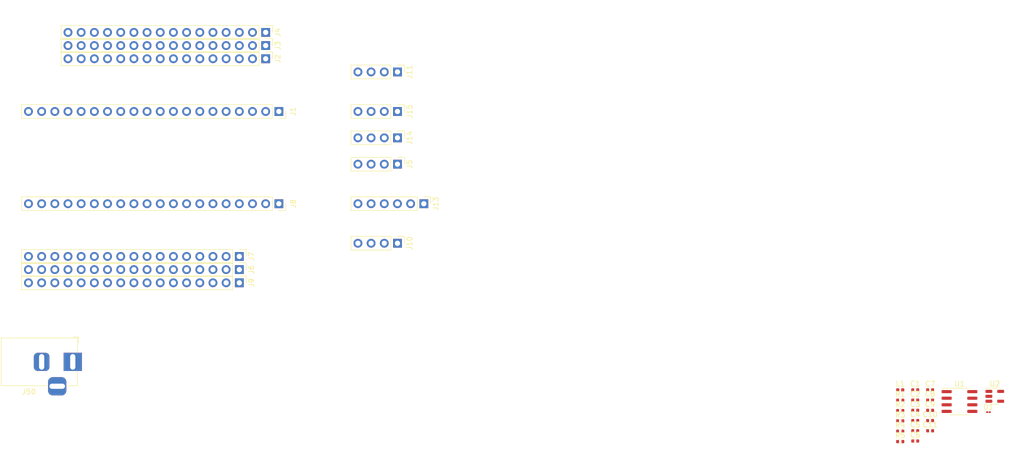
<source format=kicad_pcb>
(kicad_pcb (version 20221018) (generator pcbnew)
  (layers (0 "F.Cu" signal) (31 "B.Cu" signal) (34 "B.Paste" user) (35 "F.Paste" user) (36 "B.SilkS" user "B.Silkscreen") (37 "F.SilkS" user "F.Silkscreen") (38 "B.Mask" user) (39 "F.Mask" user) (44 "Edge.Cuts" user))
  (net 0 "")
  (net 1 "+5V")
  (net 2 "Net-(U2-GND)")
  (net 3 "+3.3V")
  (net 4 "Net-(U1-VIN)")
  (net 5 "GND")
  (net 6 "Net-(U1-COMP)")
  (net 7 "Net-(C6-Pad1)")
  (net 8 "Net-(U1-SS)")
  (net 9 "Net-(U1-BOOT)")
  (net 10 "Net-(D1-K)")
  (net 12 "Net-(J1-Pin_2)")
  (net 13 "Net-(J1-Pin_3)")
  (net 14 "Net-(J1-Pin_4)")
  (net 15 "Net-(J1-Pin_5)")
  (net 16 "Net-(J1-Pin_6)")
  (net 17 "Net-(J1-Pin_7)")
  (net 18 "Net-(J1-Pin_8)")
  (net 19 "Net-(J1-Pin_9)")
  (net 20 "Net-(J1-Pin_10)")
  (net 21 "Net-(J1-Pin_11)")
  (net 22 "Net-(J1-Pin_12)")
  (net 23 "Net-(J1-Pin_13)")
  (net 24 "Net-(J1-Pin_14)")
  (net 25 "Net-(J1-Pin_15)")
  (net 26 "Net-(J1-Pin_16)")
  (net 27 "Net-(J1-Pin_17)")
  (net 29 "Net-(J7-Pin_1)")
  (net 30 "Net-(J7-Pin_2)")
  (net 31 "Net-(J10-Pin_2)")
  (net 32 "Net-(J10-Pin_4)")
  (net 33 "Net-(J7-Pin_5)")
  (net 34 "Net-(J7-Pin_6)")
  (net 35 "Net-(J7-Pin_7)")
  (net 36 "Net-(J7-Pin_8)")
  (net 37 "Net-(J7-Pin_9)")
  (net 38 "Net-(J7-Pin_10)")
  (net 39 "Net-(J13-Pin_2)")
  (net 40 "Net-(J13-Pin_1)")
  (net 41 "Net-(J7-Pin_13)")
  (net 42 "Net-(J7-Pin_14)")
  (net 43 "Net-(J7-Pin_15)")
  (net 44 "Net-(J7-Pin_16)")
  (net 45 "Net-(J7-Pin_17)")
  (net 47 "Net-(U1-EN)")
  (net 48 "Net-(U1-FB)")
  (footprint "Connector_PinHeader_2.54mm:PinHeader_1x16_P2.54mm_Vertical" (layer "F.Cu") (at 114.3 55.88 -90)
    (fp_text reference "J3" (at 0 -2.33 90) (layer "F.SilkS"))
    (fp_text value "Conn_01x16_Pin")
    (fp_line (start -1.33 -1.33) (end 0 -1.33) (stroke (width 0.12)) (layer "F.SilkS"))
    (fp_line (start -1.33 0) (end -1.33 -1.33) (stroke (width 0.12)) (layer "F.SilkS"))
    (fp_line (start -1.33 1.27) (end -1.33 39.43) (stroke (width 0.12)) (layer "F.SilkS"))
    (fp_line (start -1.33 1.27) (end 1.33 1.27) (stroke (width 0.12)) (layer "F.SilkS"))
    (fp_line (start -1.33 39.43) (end 1.33 39.43) (stroke (width 0.12)) (layer "F.SilkS"))
    (fp_line (start 1.33 1.27) (end 1.33 39.43) (stroke (width 0.12)) (layer "F.SilkS"))
    (pad "1" thru_hole rect (at 0 0 270) (size 1.7 1.7) (drill 1) (layers "*.Cu" "*.Mask") (net 3 "+3.3V"))
    (pad "2" thru_hole oval (at 0 2.54 270) (size 1.7 1.7) (drill 1) (layers "*.Cu" "*.Mask") (net 3 "+3.3V"))
    (pad "3" thru_hole oval (at 0 5.08 270) (size 1.7 1.7) (drill 1) (layers "*.Cu" "*.Mask") (net 3 "+3.3V"))
    (pad "4" thru_hole oval (at 0 7.62 270) (size 1.7 1.7) (drill 1) (layers "*.Cu" "*.Mask") (net 3 "+3.3V"))
    (pad "5" thru_hole oval (at 0 10.16 270) (size 1.7 1.7) (drill 1) (layers "*.Cu" "*.Mask") (net 3 "+3.3V"))
    (pad "6" thru_hole oval (at 0 12.7 270) (size 1.7 1.7) (drill 1) (layers "*.Cu" "*.Mask") (net 3 "+3.3V"))
    (pad "7" thru_hole oval (at 0 15.24 270) (size 1.7 1.7) (drill 1) (layers "*.Cu" "*.Mask") (net 3 "+3.3V"))
    (pad "8" thru_hole oval (at 0 17.78 270) (size 1.7 1.7) (drill 1) (layers "*.Cu" "*.Mask") (net 3 "+3.3V"))
    (pad "9" thru_hole oval (at 0 20.32 270) (size 1.7 1.7) (drill 1) (layers "*.Cu" "*.Mask") (net 3 "+3.3V"))
    (pad "10" thru_hole oval (at 0 22.86 270) (size 1.7 1.7) (drill 1) (layers "*.Cu" "*.Mask") (net 3 "+3.3V"))
    (pad "11" thru_hole oval (at 0 25.4 270) (size 1.7 1.7) (drill 1) (layers "*.Cu" "*.Mask") (net 3 "+3.3V"))
    (pad "12" thru_hole oval (at 0 27.94 270) (size 1.7 1.7) (drill 1) (layers "*.Cu" "*.Mask") (net 3 "+3.3V"))
    (pad "13" thru_hole oval (at 0 30.48 270) (size 1.7 1.7) (drill 1) (layers "*.Cu" "*.Mask") (net 3 "+3.3V"))
    (pad "14" thru_hole oval (at 0 33.02 270) (size 1.7 1.7) (drill 1) (layers "*.Cu" "*.Mask") (net 3 "+3.3V"))
    (pad "15" thru_hole oval (at 0 35.56 270) (size 1.7 1.7) (drill 1) (layers "*.Cu" "*.Mask") (net 3 "+3.3V"))
    (pad "16" thru_hole oval (at 0 38.1 270) (size 1.7 1.7) (drill 1) (layers "*.Cu" "*.Mask") (net 3 "+3.3V"))
  )
  (footprint "Connector_PinHeader_2.54mm:PinHeader_1x04_P2.54mm_Vertical" (layer "F.Cu") (at 139.7 60.96 -90)
    (fp_text reference "J11" (at 0 -2.33 90) (layer "F.SilkS"))
    (fp_text value "Conn_01x04_Pin")
    (fp_line (start -1.33 -1.33) (end 0 -1.33) (stroke (width 0.12)) (layer "F.SilkS"))
    (fp_line (start -1.33 0) (end -1.33 -1.33) (stroke (width 0.12)) (layer "F.SilkS"))
    (fp_line (start -1.33 1.27) (end -1.33 8.95) (stroke (width 0.12)) (layer "F.SilkS"))
    (fp_line (start -1.33 1.27) (end 1.33 1.27) (stroke (width 0.12)) (layer "F.SilkS"))
    (fp_line (start -1.33 8.95) (end 1.33 8.95) (stroke (width 0.12)) (layer "F.SilkS"))
    (fp_line (start 1.33 1.27) (end 1.33 8.95) (stroke (width 0.12)) (layer "F.SilkS"))
    (pad "1" thru_hole rect (at 0 0 270) (size 1.7 1.7) (drill 1) (layers "*.Cu" "*.Mask") (net 3 "+3.3V"))
    (pad "2" thru_hole oval (at 0 2.54 270) (size 1.7 1.7) (drill 1) (layers "*.Cu" "*.Mask") (net 26 "Net-(J1-Pin_16)"))
    (pad "3" thru_hole oval (at 0 5.08 270) (size 1.7 1.7) (drill 1) (layers "*.Cu" "*.Mask") (net 5 "GND"))
    (pad "4" thru_hole oval (at 0 7.62 270) (size 1.7 1.7) (drill 1) (layers "*.Cu" "*.Mask") (net 25 "Net-(J1-Pin_15)"))
  )
  (footprint "Connector_BarrelJack:BarrelJack_Horizontal" (layer "F.Cu") (at 77.12 116.84)
    (fp_text reference "J50" (at -8.45 5.75) (layer "F.SilkS"))
    (fp_text value "Barrel_Jack")
    (fp_line (start -13.8 -4.6) (end 0.9 -4.6) (stroke (width 0.12)) (layer "F.SilkS"))
    (fp_line (start -13.8 4.6) (end -13.8 -4.6) (stroke (width 0.12)) (layer "F.SilkS"))
    (fp_line (start -5 4.6) (end -13.8 4.6) (stroke (width 0.12)) (layer "F.SilkS"))
    (fp_line (start 0.05 -4.8) (end 1.1 -4.8) (stroke (width 0.12)) (layer "F.SilkS"))
    (fp_line (start 0.9 -4.6) (end 0.9 -2) (stroke (width 0.12)) (layer "F.SilkS"))
    (fp_line (start 0.9 1.9) (end 0.9 4.6) (stroke (width 0.12)) (layer "F.SilkS"))
    (fp_line (start 0.9 4.6) (end -1 4.6) (stroke (width 0.12)) (layer "F.SilkS"))
    (fp_line (start 1.1 -3.75) (end 1.1 -4.8) (stroke (width 0.12)) (layer "F.SilkS"))
    (pad "1" thru_hole rect (at 0 0) (size 3.5 3.5) (drill oval 1 3) (layers "*.Cu" "*.Mask") (net 5 "GND"))
    (pad "2" thru_hole roundrect (at -6 0) (size 3 3.5) (drill oval 1 3) (layers "*.Cu" "*.Mask") (net 4 "Net-(U1-VIN)"))
    (pad "3" thru_hole roundrect (at -3 4.7) (size 3.5 3.5) (drill oval 3 1) (layers "*.Cu" "*.Mask"))
  )
  (footprint "Connector_PinSocket_2.54mm:PinSocket_1x20_P2.54mm_Vertical" (layer "F.Cu") (at 116.84 68.58 -90)
    (fp_text reference "J1" (at 0 -2.77 90) (layer "F.SilkS"))
    (fp_text value "Conn_01x20_Socket")
    (fp_line (start -1.33 1.27) (end -1.33 49.59) (stroke (width 0.12)) (layer "F.SilkS"))
    (fp_line (start -1.33 1.27) (end 1.33 1.27) (stroke (width 0.12)) (layer "F.SilkS"))
    (fp_line (start -1.33 49.59) (end 1.33 49.59) (stroke (width 0.12)) (layer "F.SilkS"))
    (fp_line (start 0 -1.33) (end 1.33 -1.33) (stroke (width 0.12)) (layer "F.SilkS"))
    (fp_line (start 1.33 -1.33) (end 1.33 0) (stroke (width 0.12)) (layer "F.SilkS"))
    (fp_line (start 1.33 1.27) (end 1.33 49.59) (stroke (width 0.12)) (layer "F.SilkS"))
    (pad "1" thru_hole rect (at 0 0 270) (size 1.7 1.7) (drill 1) (layers "*.Cu" "*.Mask"))
    (pad "2" thru_hole oval (at 0 2.54 270) (size 1.7 1.7) (drill 1) (layers "*.Cu" "*.Mask") (net 12 "Net-(J1-Pin_2)"))
    (pad "3" thru_hole oval (at 0 5.08 270) (size 1.7 1.7) (drill 1) (layers "*.Cu" "*.Mask") (net 13 "Net-(J1-Pin_3)"))
    (pad "4" thru_hole oval (at 0 7.62 270) (size 1.7 1.7) (drill 1) (layers "*.Cu" "*.Mask") (net 14 "Net-(J1-Pin_4)"))
    (pad "5" thru_hole oval (at 0 10.16 270) (size 1.7 1.7) (drill 1) (layers "*.Cu" "*.Mask") (net 15 "Net-(J1-Pin_5)"))
    (pad "6" thru_hole oval (at 0 12.7 270) (size 1.7 1.7) (drill 1) (layers "*.Cu" "*.Mask") (net 16 "Net-(J1-Pin_6)"))
    (pad "7" thru_hole oval (at 0 15.24 270) (size 1.7 1.7) (drill 1) (layers "*.Cu" "*.Mask") (net 17 "Net-(J1-Pin_7)"))
    (pad "8" thru_hole oval (at 0 17.78 270) (size 1.7 1.7) (drill 1) (layers "*.Cu" "*.Mask") (net 18 "Net-(J1-Pin_8)"))
    (pad "9" thru_hole oval (at 0 20.32 270) (size 1.7 1.7) (drill 1) (layers "*.Cu" "*.Mask") (net 19 "Net-(J1-Pin_9)"))
    (pad "10" thru_hole oval (at 0 22.86 270) (size 1.7 1.7) (drill 1) (layers "*.Cu" "*.Mask") (net 20 "Net-(J1-Pin_10)"))
    (pad "11" thru_hole oval (at 0 25.4 270) (size 1.7 1.7) (drill 1) (layers "*.Cu" "*.Mask") (net 21 "Net-(J1-Pin_11)"))
    (pad "12" thru_hole oval (at 0 27.94 270) (size 1.7 1.7) (drill 1) (layers "*.Cu" "*.Mask") (net 22 "Net-(J1-Pin_12)"))
    (pad "13" thru_hole oval (at 0 30.48 270) (size 1.7 1.7) (drill 1) (layers "*.Cu" "*.Mask") (net 23 "Net-(J1-Pin_13)"))
    (pad "14" thru_hole oval (at 0 33.02 270) (size 1.7 1.7) (drill 1) (layers "*.Cu" "*.Mask") (net 24 "Net-(J1-Pin_14)"))
    (pad "15" thru_hole oval (at 0 35.56 270) (size 1.7 1.7) (drill 1) (layers "*.Cu" "*.Mask") (net 25 "Net-(J1-Pin_15)"))
    (pad "16" thru_hole oval (at 0 38.1 270) (size 1.7 1.7) (drill 1) (layers "*.Cu" "*.Mask") (net 26 "Net-(J1-Pin_16)"))
    (pad "17" thru_hole oval (at 0 40.64 270) (size 1.7 1.7) (drill 1) (layers "*.Cu" "*.Mask") (net 27 "Net-(J1-Pin_17)"))
    (pad "18" thru_hole oval (at 0 43.18 270) (size 1.7 1.7) (drill 1) (layers "*.Cu" "*.Mask"))
    (pad "19" thru_hole oval (at 0 45.72 270) (size 1.7 1.7) (drill 1) (layers "*.Cu" "*.Mask") (net 5 "GND"))
    (pad "20" thru_hole oval (at 0 48.26 270) (size 1.7 1.7) (drill 1) (layers "*.Cu" "*.Mask") (net 5 "GND"))
  )
  (footprint "Connector_PinHeader_2.54mm:PinHeader_1x04_P2.54mm_Vertical" (layer "F.Cu") (at 139.7 68.58 -90)
    (fp_text reference "J15" (at 0 -2.33 90) (layer "F.SilkS"))
    (fp_text value "Conn_01x04_Pin")
    (fp_line (start -1.33 -1.33) (end 0 -1.33) (stroke (width 0.12)) (layer "F.SilkS"))
    (fp_line (start -1.33 0) (end -1.33 -1.33) (stroke (width 0.12)) (layer "F.SilkS"))
    (fp_line (start -1.33 1.27) (end -1.33 8.95) (stroke (width 0.12)) (layer "F.SilkS"))
    (fp_line (start -1.33 1.27) (end 1.33 1.27) (stroke (width 0.12)) (layer "F.SilkS"))
    (fp_line (start -1.33 8.95) (end 1.33 8.95) (stroke (width 0.12)) (layer "F.SilkS"))
    (fp_line (start 1.33 1.27) (end 1.33 8.95) (stroke (width 0.12)) (layer "F.SilkS"))
    (pad "1" thru_hole rect (at 0 0 270) (size 1.7 1.7) (drill 1) (layers "*.Cu" "*.Mask") (net 1 "+5V"))
    (pad "2" thru_hole oval (at 0 2.54 270) (size 1.7 1.7) (drill 1) (layers "*.Cu" "*.Mask") (net 1 "+5V"))
    (pad "3" thru_hole oval (at 0 5.08 270) (size 1.7 1.7) (drill 1) (layers "*.Cu" "*.Mask") (net 1 "+5V"))
    (pad "4" thru_hole oval (at 0 7.62 270) (size 1.7 1.7) (drill 1) (layers "*.Cu" "*.Mask") (net 1 "+5V"))
  )
  (footprint "Resistor_SMD:R_0402_1005Metric" (layer "F.Cu") (at 236.6 126.23)
    (fp_text reference "R2" (at 0 -1.17) (layer "F.SilkS"))
    (fp_text value "93.1K")
    (fp_line (start -0.153641 -0.38) (end 0.153641 -0.38) (stroke (width 0.12)) (layer "F.SilkS"))
    (fp_line (start -0.153641 0.38) (end 0.153641 0.38) (stroke (width 0.12)) (layer "F.SilkS"))
    (pad "1" smd roundrect (at -0.51 0) (size 0.54 0.64) (layers "F.Cu" "F.Paste" "F.Mask") (net 47 "Net-(U1-EN)"))
    (pad "2" smd roundrect (at 0.51 0) (size 0.54 0.64) (layers "F.Cu" "F.Paste" "F.Mask") (net 5 "GND"))
  )
  (footprint "Connector_PinHeader_2.54mm:PinHeader_1x04_P2.54mm_Vertical" (layer "F.Cu") (at 139.7 93.98 -90)
    (fp_text reference "J10" (at 0 -2.33 90) (layer "F.SilkS"))
    (fp_text value "Conn_01x04_Pin")
    (fp_line (start -1.33 -1.33) (end 0 -1.33) (stroke (width 0.12)) (layer "F.SilkS"))
    (fp_line (start -1.33 0) (end -1.33 -1.33) (stroke (width 0.12)) (layer "F.SilkS"))
    (fp_line (start -1.33 1.27) (end -1.33 8.95) (stroke (width 0.12)) (layer "F.SilkS"))
    (fp_line (start -1.33 1.27) (end 1.33 1.27) (stroke (width 0.12)) (layer "F.SilkS"))
    (fp_line (start -1.33 8.95) (end 1.33 8.95) (stroke (width 0.12)) (layer "F.SilkS"))
    (fp_line (start 1.33 1.27) (end 1.33 8.95) (stroke (width 0.12)) (layer "F.SilkS"))
    (pad "1" thru_hole rect (at 0 0 270) (size 1.7 1.7) (drill 1) (layers "*.Cu" "*.Mask") (net 3 "+3.3V"))
    (pad "2" thru_hole oval (at 0 2.54 270) (size 1.7 1.7) (drill 1) (layers "*.Cu" "*.Mask") (net 31 "Net-(J10-Pin_2)"))
    (pad "3" thru_hole oval (at 0 5.08 270) (size 1.7 1.7) (drill 1) (layers "*.Cu" "*.Mask") (net 5 "GND"))
    (pad "4" thru_hole oval (at 0 7.62 270) (size 1.7 1.7) (drill 1) (layers "*.Cu" "*.Mask") (net 32 "Net-(J10-Pin_4)"))
  )
  (footprint "Connector_PinHeader_2.54mm:PinHeader_1x17_P2.54mm_Vertical" (layer "F.Cu") (at 109.22 96.52 -90)
    (fp_text reference "J7" (at 0 -2.33 90) (layer "F.SilkS"))
    (fp_text value "Conn_01x17_Pin")
    (fp_line (start -1.33 -1.33) (end 0 -1.33) (stroke (width 0.12)) (layer "F.SilkS"))
    (fp_line (start -1.33 0) (end -1.33 -1.33) (stroke (width 0.12)) (layer "F.SilkS"))
    (fp_line (start -1.33 1.27) (end -1.33 41.97) (stroke (width 0.12)) (layer "F.SilkS"))
    (fp_line (start -1.33 1.27) (end 1.33 1.27) (stroke (width 0.12)) (layer "F.SilkS"))
    (fp_line (start -1.33 41.97) (end 1.33 41.97) (stroke (width 0.12)) (layer "F.SilkS"))
    (fp_line (start 1.33 1.27) (end 1.33 41.97) (stroke (width 0.12)) (layer "F.SilkS"))
    (pad "1" thru_hole rect (at 0 0 270) (size 1.7 1.7) (drill 1) (layers "*.Cu" "*.Mask") (net 29 "Net-(J7-Pin_1)"))
    (pad "2" thru_hole oval (at 0 2.54 270) (size 1.7 1.7) (drill 1) (layers "*.Cu" "*.Mask") (net 30 "Net-(J7-Pin_2)"))
    (pad "3" thru_hole oval (at 0 5.08 270) (size 1.7 1.7) (drill 1) (layers "*.Cu" "*.Mask") (net 31 "Net-(J10-Pin_2)"))
    (pad "4" thru_hole oval (at 0 7.62 270) (size 1.7 1.7) (drill 1) (layers "*.Cu" "*.Mask") (net 32 "Net-(J10-Pin_4)"))
    (pad "5" thru_hole oval (at 0 10.16 270) (size 1.7 1.7) (drill 1) (layers "*.Cu" "*.Mask") (net 33 "Net-(J7-Pin_5)"))
    (pad "6" thru_hole oval (at 0 12.7 270) (size 1.7 1.7) (drill 1) (layers "*.Cu" "*.Mask") (net 34 "Net-(J7-Pin_6)"))
    (pad "7" thru_hole oval (at 0 15.24 270) (size 1.7 1.7) (drill 1) (layers "*.Cu" "*.Mask") (net 35 "Net-(J7-Pin_7)"))
    (pad "8" thru_hole oval (at 0 17.78 270) (size 1.7 1.7) (drill 1) (layers "*.Cu" "*.Mask") (net 36 "Net-(J7-Pin_8)"))
    (pad "9" thru_hole oval (at 0 20.32 270) (size 1.7 1.7) (drill 1) (layers "*.Cu" "*.Mask") (net 37 "Net-(J7-Pin_9)"))
    (pad "10" thru_hole oval (at 0 22.86 270) (size 1.7 1.7) (drill 1) (layers "*.Cu" "*.Mask") (net 38 "Net-(J7-Pin_10)"))
    (pad "11" thru_hole oval (at 0 25.4 270) (size 1.7 1.7) (drill 1) (layers "*.Cu" "*.Mask") (net 39 "Net-(J13-Pin_2)"))
    (pad "12" thru_hole oval (at 0 27.94 270) (size 1.7 1.7) (drill 1) (layers "*.Cu" "*.Mask") (net 40 "Net-(J13-Pin_1)"))
    (pad "13" thru_hole oval (at 0 30.48 270) (size 1.7 1.7) (drill 1) (layers "*.Cu" "*.Mask") (net 41 "Net-(J7-Pin_13)"))
    (pad "14" thru_hole oval (at 0 33.02 270) (size 1.7 1.7) (drill 1) (layers "*.Cu" "*.Mask") (net 42 "Net-(J7-Pin_14)"))
    (pad "15" thru_hole oval (at 0 35.56 270) (size 1.7 1.7) (drill 1) (layers "*.Cu" "*.Mask") (net 43 "Net-(J7-Pin_15)"))
    (pad "16" thru_hole oval (at 0 38.1 270) (size 1.7 1.7) (drill 1) (layers "*.Cu" "*.Mask") (net 44 "Net-(J7-Pin_16)"))
    (pad "17" thru_hole oval (at 0 40.64 270) (size 1.7 1.7) (drill 1) (layers "*.Cu" "*.Mask") (net 45 "Net-(J7-Pin_17)"))
  )
  (footprint "Package_TO_SOT_SMD:SOT-23-5" (layer "F.Cu") (at 254.82 123.48)
    (fp_text reference "U2" (at 0 -2.4) (layer "F.SilkS"))
    (fp_text value "TLV75733PDBV")
    (fp_line (start 0 -1.56) (end -1.8 -1.56) (stroke (width 0.12)) (layer "F.SilkS"))
    (fp_line (start 0 -1.56) (end 0.8 -1.56) (stroke (width 0.12)) (layer "F.SilkS"))
    (fp_line (start 0 1.56) (end -0.8 1.56) (stroke (width 0.12)) (layer "F.SilkS"))
    (fp_line (start 0 1.56) (end 0.8 1.56) (stroke (width 0.12)) (layer "F.SilkS"))
    (pad "1" smd roundrect (at -1.1375 -0.95) (size 1.325 0.6) (layers "F.Cu" "F.Paste" "F.Mask") (net 1 "+5V"))
    (pad "2" smd roundrect (at -1.1375 0) (size 1.325 0.6) (layers "F.Cu" "F.Paste" "F.Mask") (net 2 "Net-(U2-GND)"))
    (pad "3" smd roundrect (at -1.1375 0.95) (size 1.325 0.6) (layers "F.Cu" "F.Paste" "F.Mask") (net 1 "+5V"))
    (pad "4" smd roundrect (at 1.1375 0.95) (size 1.325 0.6) (layers "F.Cu" "F.Paste" "F.Mask"))
    (pad "5" smd roundrect (at 1.1375 -0.95) (size 1.325 0.6) (layers "F.Cu" "F.Paste" "F.Mask") (net 3 "+3.3V"))
  )
  (footprint "Capacitor_SMD:C_0402_1005Metric" (layer "F.Cu") (at 239.49 128.15)
    (fp_text reference "C4" (at 0 -1.16) (layer "F.SilkS"))
    (fp_text value "22uF")
    (fp_line (start -0.107836 -0.36) (end 0.107836 -0.36) (stroke (width 0.12)) (layer "F.SilkS"))
    (fp_line (start -0.107836 0.36) (end 0.107836 0.36) (stroke (width 0.12)) (layer "F.SilkS"))
    (pad "1" smd roundrect (at -0.48 0) (size 0.56 0.62) (layers "F.Cu" "F.Paste" "F.Mask") (net 4 "Net-(U1-VIN)"))
    (pad "2" smd roundrect (at 0.48 0) (size 0.56 0.62) (layers "F.Cu" "F.Paste" "F.Mask") (net 5 "GND"))
  )
  (footprint "Capacitor_SMD:C_0402_1005Metric" (layer "F.Cu") (at 239.49 126.18)
    (fp_text reference "C3" (at 0 -1.16) (layer "F.SilkS"))
    (fp_text value "22uF")
    (fp_line (start -0.107836 -0.36) (end 0.107836 -0.36) (stroke (width 0.12)) (layer "F.SilkS"))
    (fp_line (start -0.107836 0.36) (end 0.107836 0.36) (stroke (width 0.12)) (layer "F.SilkS"))
    (pad "1" smd roundrect (at -0.48 0) (size 0.56 0.62) (layers "F.Cu" "F.Paste" "F.Mask") (net 4 "Net-(U1-VIN)"))
    (pad "2" smd roundrect (at 0.48 0) (size 0.56 0.62) (layers "F.Cu" "F.Paste" "F.Mask") (net 5 "GND"))
  )
  (footprint "Inductor_SMD:L_0402_1005Metric" (layer "F.Cu") (at 236.6 122.25)
    (fp_text reference "L1" (at 0 -1.17) (layer "F.SilkS"))
    (fp_text value "22uH")
    (pad "1" smd roundrect (at -0.485 0) (size 0.59 0.64) (layers "F.Cu" "F.Paste" "F.Mask") (net 10 "Net-(D1-K)"))
    (pad "2" smd roundrect (at 0.485 0) (size 0.59 0.64) (layers "F.Cu" "F.Paste" "F.Mask") (net 1 "+5V"))
  )
  (footprint "Capacitor_SMD:C_0402_1005Metric" (layer "F.Cu") (at 242.36 126.18)
    (fp_text reference "C9" (at 0 -1.16) (layer "F.SilkS"))
    (fp_text value "47uF")
    (fp_line (start -0.107836 -0.36) (end 0.107836 -0.36) (stroke (width 0.12)) (layer "F.SilkS"))
    (fp_line (start -0.107836 0.36) (end 0.107836 0.36) (stroke (width 0.12)) (layer "F.SilkS"))
    (pad "1" smd roundrect (at -0.48 0) (size 0.56 0.62) (layers "F.Cu" "F.Paste" "F.Mask") (net 1 "+5V"))
    (pad "2" smd roundrect (at 0.48 0) (size 0.56 0.62) (layers "F.Cu" "F.Paste" "F.Mask") (net 5 "GND"))
  )
  (footprint "Connector_PinHeader_2.54mm:PinHeader_1x17_P2.54mm_Vertical" (layer "F.Cu") (at 109.22 99.06 -90)
    (fp_text reference "J6" (at 0 -2.33 90) (layer "F.SilkS"))
    (fp_text value "Conn_01x17_Pin")
    (fp_line (start -1.33 -1.33) (end 0 -1.33) (stroke (width 0.12)) (layer "F.SilkS"))
    (fp_line (start -1.33 0) (end -1.33 -1.33) (stroke (width 0.12)) (layer "F.SilkS"))
    (fp_line (start -1.33 1.27) (end -1.33 41.97) (stroke (width 0.12)) (layer "F.SilkS"))
    (fp_line (start -1.33 1.27) (end 1.33 1.27) (stroke (width 0.12)) (layer "F.SilkS"))
    (fp_line (start -1.33 41.97) (end 1.33 41.97) (stroke (width 0.12)) (layer "F.SilkS"))
    (fp_line (start 1.33 1.27) (end 1.33 41.97) (stroke (width 0.12)) (layer "F.SilkS"))
    (pad "1" thru_hole rect (at 0 0 270) (size 1.7 1.7) (drill 1) (layers "*.Cu" "*.Mask") (net 3 "+3.3V"))
    (pad "2" thru_hole oval (at 0 2.54 270) (size 1.7 1.7) (drill 1) (layers "*.Cu" "*.Mask") (net 3 "+3.3V"))
    (pad "3" thru_hole oval (at 0 5.08 270) (size 1.7 1.7) (drill 1) (layers "*.Cu" "*.Mask") (net 3 "+3.3V"))
    (pad "4" thru_hole oval (at 0 7.62 270) (size 1.7 1.7) (drill 1) (layers "*.Cu" "*.Mask") (net 3 "+3.3V"))
    (pad "5" thru_hole oval (at 0 10.16 270) (size 1.7 1.7) (drill 1) (layers "*.Cu" "*.Mask") (net 3 "+3.3V"))
    (pad "6" thru_hole oval (at 0 12.7 270) (size 1.7 1.7) (drill 1) (layers "*.Cu" "*.Mask") (net 3 "+3.3V"))
    (pad "7" thru_hole oval (at 0 15.24 270) (size 1.7 1.7) (drill 1) (layers "*.Cu" "*.Mask") (net 3 "+3.3V"))
    (pad "8" thru_hole oval (at 0 17.78 270) (size 1.7 1.7) (drill 1) (layers "*.Cu" "*.Mask") (net 3 "+3.3V"))
    (pad "9" thru_hole oval (at 0 20.32 270) (size 1.7 1.7) (drill 1) (layers "*.Cu" "*.Mask") (net 3 "+3.3V"))
    (pad "10" thru_hole oval (at 0 22.86 270) (size 1.7 1.7) (drill 1) (layers "*.Cu" "*.Mask") (net 3 "+3.3V"))
    (pad "11" thru_hole oval (at 0 25.4 270) (size 1.7 1.7) (drill 1) (layers "*.Cu" "*.Mask") (net 3 "+3.3V"))
    (pad "12" thru_hole oval (at 0 27.94 270) (size 1.7 1.7) (drill 1) (layers "*.Cu" "*.Mask") (net 3 "+3.3V"))
    (pad "13" thru_hole oval (at 0 30.48 270) (size 1.7 1.7) (drill 1) (layers "*.Cu" "*.Mask") (net 3 "+3.3V"))
    (pad "14" thru_hole oval (at 0 33.02 270) (size 1.7 1.7) (drill 1) (layers "*.Cu" "*.Mask") (net 3 "+3.3V"))
    (pad "15" thru_hole oval (at 0 35.56 270) (size 1.7 1.7) (drill 1) (layers "*.Cu" "*.Mask") (net 3 "+3.3V"))
    (pad "16" thru_hole oval (at 0 38.1 270) (size 1.7 1.7) (drill 1) (layers "*.Cu" "*.Mask") (net 3 "+3.3V"))
    (pad "17" thru_hole oval (at 0 40.64 270) (size 1.7 1.7) (drill 1) (layers "*.Cu" "*.Mask") (net 3 "+3.3V"))
  )
  (footprint "Capacitor_SMD:C_0402_1005Metric" (layer "F.Cu") (at 242.36 130.12)
    (fp_text reference "C11" (at 0 -1.16) (layer "F.SilkS"))
    (fp_text value "100nF")
    (fp_line (start -0.107836 -0.36) (end 0.107836 -0.36) (stroke (width 0.12)) (layer "F.SilkS"))
    (fp_line (start -0.107836 0.36) (end 0.107836 0.36) (stroke (width 0.12)) (layer "F.SilkS"))
    (pad "1" smd roundrect (at -0.48 0) (size 0.56 0.62) (layers "F.Cu" "F.Paste" "F.Mask") (net 9 "Net-(U1-BOOT)"))
    (pad "2" smd roundrect (at 0.48 0) (size 0.56 0.62) (layers "F.Cu" "F.Paste" "F.Mask") (net 10 "Net-(D1-K)"))
  )
  (footprint "Connector_PinSocket_2.54mm:PinSocket_1x20_P2.54mm_Vertical" (layer "F.Cu") (at 116.84 86.36 -90)
    (fp_text reference "J8" (at 0 -2.77 90) (layer "F.SilkS"))
    (fp_text value "Conn_01x20_Socket")
    (fp_line (start -1.33 1.27) (end -1.33 49.59) (stroke (width 0.12)) (layer "F.SilkS"))
    (fp_line (start -1.33 1.27) (end 1.33 1.27) (stroke (width 0.12)) (layer "F.SilkS"))
    (fp_line (start -1.33 49.59) (end 1.33 49.59) (stroke (width 0.12)) (layer "F.SilkS"))
    (fp_line (start 0 -1.33) (end 1.33 -1.33) (stroke (width 0.12)) (layer "F.SilkS"))
    (fp_line (start 1.33 -1.33) (end 1.33 0) (stroke (width 0.12)) (layer "F.SilkS"))
    (fp_line (start 1.33 1.27) (end 1.33 49.59) (stroke (width 0.12)) (layer "F.SilkS"))
    (pad "1" thru_hole rect (at 0 0 270) (size 1.7 1.7) (drill 1) (layers "*.Cu" "*.Mask"))
    (pad "2" thru_hole oval (at 0 2.54 270) (size 1.7 1.7) (drill 1) (layers "*.Cu" "*.Mask") (net 5 "GND"))
    (pad "3" thru_hole oval (at 0 5.08 270) (size 1.7 1.7) (drill 1) (layers "*.Cu" "*.Mask") (net 1 "+5V"))
    (pad "4" thru_hole oval (at 0 7.62 270) (size 1.7 1.7) (drill 1) (layers "*.Cu" "*.Mask") (net 29 "Net-(J7-Pin_1)"))
    (pad "5" thru_hole oval (at 0 10.16 270) (size 1.7 1.7) (drill 1) (layers "*.Cu" "*.Mask") (net 30 "Net-(J7-Pin_2)"))
    (pad "6" thru_hole oval (at 0 12.7 270) (size 1.7 1.7) (drill 1) (layers "*.Cu" "*.Mask") (net 31 "Net-(J10-Pin_2)"))
    (pad "7" thru_hole oval (at 0 15.24 270) (size 1.7 1.7) (drill 1) (layers "*.Cu" "*.Mask") (net 32 "Net-(J10-Pin_4)"))
    (pad "8" thru_hole oval (at 0 17.78 270) (size 1.7 1.7) (drill 1) (layers "*.Cu" "*.Mask") (net 33 "Net-(J7-Pin_5)"))
    (pad "9" thru_hole oval (at 0 20.32 270) (size 1.7 1.7) (drill 1) (layers "*.Cu" "*.Mask") (net 34 "Net-(J7-Pin_6)"))
    (pad "10" thru_hole oval (at 0 22.86 270) (size 1.7 1.7) (drill 1) (layers "*.Cu" "*.Mask") (net 35 "Net-(J7-Pin_7)"))
    (pad "11" thru_hole oval (at 0 25.4 270) (size 1.7 1.7) (drill 1) (layers "*.Cu" "*.Mask") (net 36 "Net-(J7-Pin_8)"))
    (pad "12" thru_hole oval (at 0 27.94 270) (size 1.7 1.7) (drill 1) (layers "*.Cu" "*.Mask") (net 37 "Net-(J7-Pin_9)"))
    (pad "13" thru_hole oval (at 0 30.48 270) (size 1.7 1.7) (drill 1) (layers "*.Cu" "*.Mask") (net 38 "Net-(J7-Pin_10)"))
    (pad "14" thru_hole oval (at 0 33.02 270) (size 1.7 1.7) (drill 1) (layers "*.Cu" "*.Mask") (net 39 "Net-(J13-Pin_2)"))
    (pad "15" thru_hole oval (at 0 35.56 270) (size 1.7 1.7) (drill 1) (layers "*.Cu" "*.Mask") (net 40 "Net-(J13-Pin_1)"))
    (pad "16" thru_hole oval (at 0 38.1 270) (size 1.7 1.7) (drill 1) (layers "*.Cu" "*.Mask") (net 41 "Net-(J7-Pin_13)"))
    (pad "17" thru_hole oval (at 0 40.64 270) (size 1.7 1.7) (drill 1) (layers "*.Cu" "*.Mask") (net 42 "Net-(J7-Pin_14)"))
    (pad "18" thru_hole oval (at 0 43.18 270) (size 1.7 1.7) (drill 1) (layers "*.Cu" "*.Mask") (net 43 "Net-(J7-Pin_15)"))
    (pad "19" thru_hole oval (at 0 45.72 270) (size 1.7 1.7) (drill 1) (layers "*.Cu" "*.Mask") (net 44 "Net-(J7-Pin_16)"))
    (pad "20" thru_hole oval (at 0 48.26 270) (size 1.7 1.7) (drill 1) (layers "*.Cu" "*.Mask") (net 45 "Net-(J7-Pin_17)"))
  )
  (footprint "Capacitor_SMD:C_0402_1005Metric" (layer "F.Cu") (at 239.49 132.09)
    (fp_text reference "C6" (at 0 -1.16) (layer "F.SilkS"))
    (fp_text value "1.5nF")
    (fp_line (start -0.107836 -0.36) (end 0.107836 -0.36) (stroke (width 0.12)) (layer "F.SilkS"))
    (fp_line (start -0.107836 0.36) (end 0.107836 0.36) (stroke (width 0.12)) (layer "F.SilkS"))
    (pad "1" smd roundrect (at -0.48 0) (size 0.56 0.62) (layers "F.Cu" "F.Paste" "F.Mask") (net 7 "Net-(C6-Pad1)"))
    (pad "2" smd roundrect (at 0.48 0) (size 0.56 0.62) (layers "F.Cu" "F.Paste" "F.Mask") (net 5 "GND"))
  )
  (footprint "Capacitor_SMD:C_0402_1005Metric" (layer "F.Cu") (at 242.36 124.21)
    (fp_text reference "C8" (at 0 -1.16) (layer "F.SilkS"))
    (fp_text value "47uF")
    (fp_line (start -0.107836 -0.36) (end 0.107836 -0.36) (stroke (width 0.12)) (layer "F.SilkS"))
    (fp_line (start -0.107836 0.36) (end 0.107836 0.36) (stroke (width 0.12)) (layer "F.SilkS"))
    (pad "1" smd roundrect (at -0.48 0) (size 0.56 0.62) (layers "F.Cu" "F.Paste" "F.Mask") (net 1 "+5V"))
    (pad "2" smd roundrect (at 0.48 0) (size 0.56 0.62) (layers "F.Cu" "F.Paste" "F.Mask") (net 5 "GND"))
  )
  (footprint "Resistor_SMD:R_0402_1005Metric" (layer "F.Cu") (at 236.6 132.2)
    (fp_text reference "R5" (at 0 -1.17) (layer "F.SilkS"))
    (fp_text value "1.96K")
    (fp_line (start -0.153641 -0.38) (end 0.153641 -0.38) (stroke (width 0.12)) (layer "F.SilkS"))
    (fp_line (start -0.153641 0.38) (end 0.153641 0.38) (stroke (width 0.12)) (layer "F.SilkS"))
    (pad "1" smd roundrect (at -0.51 0) (size 0.54 0.64) (layers "F.Cu" "F.Paste" "F.Mask") (net 48 "Net-(U1-FB)"))
    (pad "2" smd roundrect (at 0.51 0) (size 0.54 0.64) (layers "F.Cu" "F.Paste" "F.Mask") (net 5 "GND"))
  )
  (footprint "Resistor_SMD:R_0402_1005Metric" (layer "F.Cu") (at 236.6 128.22)
    (fp_text reference "R3" (at 0 -1.17) (layer "F.SilkS"))
    (fp_text value "47.5K")
    (fp_line (start -0.153641 -0.38) (end 0.153641 -0.38) (stroke (width 0.12)) (layer "F.SilkS"))
    (fp_line (start -0.153641 0.38) (end 0.153641 0.38) (stroke (width 0.12)) (layer "F.SilkS"))
    (pad "1" smd roundrect (at -0.51 0) (size 0.54 0.64) (layers "F.Cu" "F.Paste" "F.Mask") (net 6 "Net-(U1-COMP)"))
    (pad "2" smd roundrect (at 0.51 0) (size 0.54 0.64) (layers "F.Cu" "F.Paste" "F.Mask") (net 7 "Net-(C6-Pad1)"))
  )
  (footprint "Capacitor_SMD:C_0402_1005Metric" (layer "F.Cu") (at 239.49 130.12)
    (fp_text reference "C5" (at 0 -1.16) (layer "F.SilkS"))
    (fp_text value "10pF")
    (fp_line (start -0.107836 -0.36) (end 0.107836 -0.36) (stroke (width 0.12)) (layer "F.SilkS"))
    (fp_line (start -0.107836 0.36) (end 0.107836 0.36) (stroke (width 0.12)) (layer "F.SilkS"))
    (pad "1" smd roundrect (at -0.48 0) (size 0.56 0.62) (layers "F.Cu" "F.Paste" "F.Mask") (net 6 "Net-(U1-COMP)"))
    (pad "2" smd roundrect (at 0.48 0) (size 0.56 0.62) (layers "F.Cu" "F.Paste" "F.Mask") (net 5 "GND"))
  )
  (footprint "Capacitor_SMD:C_0402_1005Metric" (layer "F.Cu") (at 239.49 122.24)
    (fp_text reference "C1" (at 0 -1.16) (layer "F.SilkS"))
    (fp_text value "0.1")
    (fp_line (start -0.107836 -0.36) (end 0.107836 -0.36) (stroke (width 0.12)) (layer "F.SilkS"))
    (fp_line (start -0.107836 0.36) (end 0.107836 0.36) (stroke (width 0.12)) (layer "F.SilkS"))
    (pad "1" smd roundrect (at -0.48 0) (size 0.56 0.62) (layers "F.Cu" "F.Paste" "F.Mask") (net 1 "+5V"))
    (pad "2" smd roundrect (at 0.48 0) (size 0.56 0.62) (layers "F.Cu" "F.Paste" "F.Mask") (net 2 "Net-(U2-GND)"))
  )
  (footprint "Connector_PinHeader_2.54mm:PinHeader_1x17_P2.54mm_Vertical" (layer "F.Cu") (at 109.22 101.6 -90)
    (fp_text reference "J9" (at 0 -2.33 90) (layer "F.SilkS"))
    (fp_text value "Conn_01x17_Pin")
    (fp_line (start -1.33 -1.33) (end 0 -1.33) (stroke (width 0.12)) (layer "F.SilkS"))
    (fp_line (start -1.33 0) (end -1.33 -1.33) (stroke (width 0.12)) (layer "F.SilkS"))
    (fp_line (start -1.33 1.27) (end -1.33 41.97) (stroke (width 0.12)) (layer "F.SilkS"))
    (fp_line (start -1.33 1.27) (end 1.33 1.27) (stroke (width 0.12)) (layer "F.SilkS"))
    (fp_line (start -1.33 41.97) (end 1.33 41.97) (stroke (width 0.12)) (layer "F.SilkS"))
    (fp_line (start 1.33 1.27) (end 1.33 41.97) (stroke (width 0.12)) (layer "F.SilkS"))
    (pad "1" thru_hole rect (at 0 0 270) (size 1.7 1.7) (drill 1) (layers "*.Cu" "*.Mask") (net 5 "GND"))
    (pad "2" thru_hole oval (at 0 2.54 270) (size 1.7 1.7) (drill 1) (layers "*.Cu" "*.Mask") (net 5 "GND"))
    (pad "3" thru_hole oval (at 0 5.08 270) (size 1.7 1.7) (drill 1) (layers "*.Cu" "*.Mask") (net 5 "GND"))
    (pad "4" thru_hole oval (at 0 7.62 270) (size 1.7 1.7) (drill 1) (layers "*.Cu" "*.Mask") (net 5 "GND"))
    (pad "5" thru_hole oval (at 0 10.16 270) (size 1.7 1.7) (drill 1) (layers "*.Cu" "*.Mask") (net 5 "GND"))
    (pad "6" thru_hole oval (at 0 12.7 270) (size 1.7 1.7) (drill 1) (layers "*.Cu" "*.Mask") (net 5 "GND"))
    (pad "7" thru_hole oval (at 0 15.24 270) (size 1.7 1.7) (drill 1) (layers "*.Cu" "*.Mask") (net 5 "GND"))
    (pad "8" thru_hole oval (at 0 17.78 270) (size 1.7 1.7) (drill 1) (layers "*.Cu" "*.Mask") (net 5 "GND"))
    (pad "9" thru_hole oval (at 0 20.32 270) (size 1.7 1.7) (drill 1) (layers "*.Cu" "*.Mask") (net 5 "GND"))
    (pad "10" thru_hole oval (at 0 22.86 270) (size 1.7 1.7) (drill 1) (layers "*.Cu" "*.Mask") (net 5 "GND"))
    (pad "11" thru_hole oval (at 0 25.4 270) (size 1.7 1.7) (drill 1) (layers "*.Cu" "*.Mask") (net 5 "GND"))
    (pad "12" thru_hole oval (at 0 27.94 270) (size 1.7 1.7) (drill 1) (layers "*.Cu" "*.Mask") (net 5 "GND"))
    (pad "13" thru_hole oval (at 0 30.48 270) (size 1.7 1.7) (drill 1) (layers "*.Cu" "*.Mask") (net 5 "GND"))
    (pad "14" thru_hole oval (at 0 33.02 270) (size 1.7 1.7) (drill 1) (layers "*.Cu" "*.Mask") (net 5 "GND"))
    (pad "15" thru_hole oval (at 0 35.56 270) (size 1.7 1.7) (drill 1) (layers "*.Cu" "*.Mask") (net 5 "GND"))
    (pad "16" thru_hole oval (at 0 38.1 270) (size 1.7 1.7) (drill 1) (layers "*.Cu" "*.Mask") (net 5 "GND"))
    (pad "17" thru_hole oval (at 0 40.64 270) (size 1.7 1.7) (drill 1) (layers "*.Cu" "*.Mask") (net 5 "GND"))
  )
  (footprint "Connector_PinHeader_2.54mm:PinHeader_1x04_P2.54mm_Vertical" (layer "F.Cu") (at 139.7 73.66 -90)
    (fp_text reference "J14" (at 0 -2.33 90) (layer "F.SilkS"))
    (fp_text value "Conn_01x04_Pin")
    (fp_line (start -1.33 -1.33) (end 0 -1.33) (stroke (width 0.12)) (layer "F.SilkS"))
    (fp_line (start -1.33 0) (end -1.33 -1.33) (stroke (width 0.12)) (layer "F.SilkS"))
    (fp_line (start -1.33 1.27) (end -1.33 8.95) (stroke (width 0.12)) (layer "F.SilkS"))
    (fp_line (start -1.33 1.27) (end 1.33 1.27) (stroke (width 0.12)) (layer "F.SilkS"))
    (fp_line (start -1.33 8.95) (end 1.33 8.95) (stroke (width 0.12)) (layer "F.SilkS"))
    (fp_line (start 1.33 1.27) (end 1.33 8.95) (stroke (width 0.12)) (layer "F.SilkS"))
    (pad "1" thru_hole rect (at 0 0 270) (size 1.7 1.7) (drill 1) (layers "*.Cu" "*.Mask") (net 3 "+3.3V"))
    (pad "2" thru_hole oval (at 0 2.54 270) (size 1.7 1.7) (drill 1) (layers "*.Cu" "*.Mask") (net 3 "+3.3V"))
    (pad "3" thru_hole oval (at 0 5.08 270) (size 1.7 1.7) (drill 1) (layers "*.Cu" "*.Mask") (net 3 "+3.3V"))
    (pad "4" thru_hole oval (at 0 7.62 270) (size 1.7 1.7) (drill 1) (layers "*.Cu" "*.Mask") (net 3 "+3.3V"))
  )
  (footprint "Package_SO:SOIC-8_3.9x4.9mm_P1.27mm" (layer "F.Cu") (at 248.02 124.48)
    (fp_text reference "U1" (at 0 -3.4) (layer "F.SilkS"))
    (fp_text value "TPS54233")
    (fp_line (start 0 -2.56) (end -3.45 -2.56) (stroke (width 0.12)) (layer "F.SilkS"))
    (fp_line (start 0 -2.56) (end 1.95 -2.56) (stroke (width 0.12)) (layer "F.SilkS"))
    (fp_line (start 0 2.56) (end -1.95 2.56) (stroke (width 0.12)) (layer "F.SilkS"))
    (fp_line (start 0 2.56) (end 1.95 2.56) (stroke (width 0.12)) (layer "F.SilkS"))
    (pad "1" smd roundrect (at -2.475 -1.905) (size 1.95 0.6) (layers "F.Cu" "F.Paste" "F.Mask") (net 9 "Net-(U1-BOOT)"))
    (pad "2" smd roundrect (at -2.475 -0.635) (size 1.95 0.6) (layers "F.Cu" "F.Paste" "F.Mask") (net 4 "Net-(U1-VIN)"))
    (pad "3" smd roundrect (at -2.475 0.635) (size 1.95 0.6) (layers "F.Cu" "F.Paste" "F.Mask") (net 47 "Net-(U1-EN)"))
    (pad "4" smd roundrect (at -2.475 1.905) (size 1.95 0.6) (layers "F.Cu" "F.Paste" "F.Mask") (net 8 "Net-(U1-SS)"))
    (pad "5" smd roundrect (at 2.475 1.905) (size 1.95 0.6) (layers "F.Cu" "F.Paste" "F.Mask") (net 48 "Net-(U1-FB)"))
    (pad "6" smd roundrect (at 2.475 0.635) (size 1.95 0.6) (layers "F.Cu" "F.Paste" "F.Mask") (net 6 "Net-(U1-COMP)"))
    (pad "7" smd roundrect (at 2.475 -0.635) (size 1.95 0.6) (layers "F.Cu" "F.Paste" "F.Mask") (net 5 "GND"))
    (pad "8" smd roundrect (at 2.475 -1.905) (size 1.95 0.6) (layers "F.Cu" "F.Paste" "F.Mask") (net 10 "Net-(D1-K)"))
  )
  (footprint "Capacitor_SMD:C_0402_1005Metric" (layer "F.Cu") (at 242.36 128.15)
    (fp_text reference "C10" (at 0 -1.16) (layer "F.SilkS"))
    (fp_text value "47uF")
    (fp_line (start -0.107836 -0.36) (end 0.107836 -0.36) (stroke (width 0.12)) (layer "F.SilkS"))
    (fp_line (start -0.107836 0.36) (end 0.107836 0.36) (stroke (width 0.12)) (layer "F.SilkS"))
    (pad "1" smd roundrect (at -0.48 0) (size 0.56 0.62) (layers "F.Cu" "F.Paste" "F.Mask") (net 1 "+5V"))
    (pad "2" smd roundrect (at 0.48 0) (size 0.56 0.62) (layers "F.Cu" "F.Paste" "F.Mask") (net 5 "GND"))
  )
  (footprint "Resistor_SMD:R_0402_1005Metric" (layer "F.Cu") (at 236.6 124.24)
    (fp_text reference "R1" (at 0 -1.17) (layer "F.SilkS"))
    (fp_text value "169K")
    (fp_line (start -0.153641 -0.38) (end 0.153641 -0.38) (stroke (width 0.12)) (layer "F.SilkS"))
    (fp_line (start -0.153641 0.38) (end 0.153641 0.38) (stroke (width 0.12)) (layer "F.SilkS"))
    (pad "1" smd roundrect (at -0.51 0) (size 0.54 0.64) (layers "F.Cu" "F.Paste" "F.Mask") (net 4 "Net-(U1-VIN)"))
    (pad "2" smd roundrect (at 0.51 0) (size 0.54 0.64) (layers "F.Cu" "F.Paste" "F.Mask") (net 47 "Net-(U1-EN)"))
  )
  (footprint "Connector_PinHeader_2.54mm:PinHeader_1x06_P2.54mm_Vertical" (layer "F.Cu") (at 144.78 86.36 -90)
    (fp_text reference "J13" (at 0 -2.33 90) (layer "F.SilkS"))
    (fp_text value "Conn_01x06_Pin")
    (fp_line (start -1.33 -1.33) (end 0 -1.33) (stroke (width 0.12)) (layer "F.SilkS"))
    (fp_line (start -1.33 0) (end -1.33 -1.33) (stroke (width 0.12)) (layer "F.SilkS"))
    (fp_line (start -1.33 1.27) (end -1.33 14.03) (stroke (width 0.12)) (layer "F.SilkS"))
    (fp_line (start -1.33 1.27) (end 1.33 1.27) (stroke (width 0.12)) (layer "F.SilkS"))
    (fp_line (start -1.33 14.03) (end 1.33 14.03) (stroke (width 0.12)) (layer "F.SilkS"))
    (fp_line (start 1.33 1.27) (end 1.33 14.03) (stroke (width 0.12)) (layer "F.SilkS"))
    (pad "1" thru_hole rect (at 0 0 270) (size 1.7 1.7) (drill 1) (layers "*.Cu" "*.Mask") (net 40 "Net-(J13-Pin_1)"))
    (pad "2" thru_hole oval (at 0 2.54 270) (size 1.7 1.7) (drill 1) (layers "*.Cu" "*.Mask") (net 39 "Net-(J13-Pin_2)"))
    (pad "3" thru_hole oval (at 0 5.08 270) (size 1.7 1.7) (drill 1) (layers "*.Cu" "*.Mask") (net 17 "Net-(J1-Pin_7)"))
    (pad "4" thru_hole oval (at 0 7.62 270) (size 1.7 1.7) (drill 1) (layers "*.Cu" "*.Mask") (net 18 "Net-(J1-Pin_8)"))
    (pad "5" thru_hole oval (at 0 10.16 270) (size 1.7 1.7) (drill 1) (layers "*.Cu" "*.Mask") (net 25 "Net-(J1-Pin_15)"))
    (pad "6" thru_hole oval (at 0 12.7 270) (size 1.7 1.7) (drill 1) (layers "*.Cu" "*.Mask") (net 26 "Net-(J1-Pin_16)"))
  )
  (footprint "Connector_PinHeader_2.54mm:PinHeader_1x16_P2.54mm_Vertical" (layer "F.Cu") (at 114.3 53.34 -90)
    (fp_text reference "J4" (at 0 -2.33 90) (layer "F.SilkS"))
    (fp_text value "Conn_01x16_Pin")
    (fp_line (start -1.33 -1.33) (end 0 -1.33) (stroke (width 0.12)) (layer "F.SilkS"))
    (fp_line (start -1.33 0) (end -1.33 -1.33) (stroke (width 0.12)) (layer "F.SilkS"))
    (fp_line (start -1.33 1.27) (end -1.33 39.43) (stroke (width 0.12)) (layer "F.SilkS"))
    (fp_line (start -1.33 1.27) (end 1.33 1.27) (stroke (width 0.12)) (layer "F.SilkS"))
    (fp_line (start -1.33 39.43) (end 1.33 39.43) (stroke (width 0.12)) (layer "F.SilkS"))
    (fp_line (start 1.33 1.27) (end 1.33 39.43) (stroke (width 0.12)) (layer "F.SilkS"))
    (pad "1" thru_hole rect (at 0 0 270) (size 1.7 1.7) (drill 1) (layers "*.Cu" "*.Mask") (net 5 "GND"))
    (pad "2" thru_hole oval (at 0 2.54 270) (size 1.7 1.7) (drill 1) (layers "*.Cu" "*.Mask") (net 5 "GND"))
    (pad "3" thru_hole oval (at 0 5.08 270) (size 1.7 1.7) (drill 1) (layers "*.Cu" "*.Mask") (net 5 "GND"))
    (pad "4" thru_hole oval (at 0 7.62 270) (size 1.7 1.7) (drill 1) (layers "*.Cu" "*.Mask") (net 5 "GND"))
    (pad "5" thru_hole oval (at 0 10.16 270) (size 1.7 1.7) (drill 1) (layers "*.Cu" "*.Mask") (net 5 "GND"))
    (pad "6" thru_hole oval (at 0 12.7 270) (size 1.7 1.7) (drill 1) (layers "*.Cu" "*.Mask") (net 5 "GND"))
    (pad "7" thru_hole oval (at 0 15.24 270) (size 1.7 1.7) (drill 1) (layers "*.Cu" "*.Mask") (net 5 "GND"))
    (pad "8" thru_hole oval (at 0 17.78 270) (size 1.7 1.7) (drill 1) (layers "*.Cu" "*.Mask") (net 5 "GND"))
    (pad "9" thru_hole oval (at 0 20.32 270) (size 1.7 1.7) (drill 1) (layers "*.Cu" "*.Mask") (net 5 "GND"))
    (pad "10" thru_hole oval (at 0 22.86 270) (size 1.7 1.7) (drill 1) (layers "*.Cu" "*.Mask") (net 5 "GND"))
    (pad "11" thru_hole oval (at 0 25.4 270) (size 1.7 1.7) (drill 1) (layers "*.Cu" "*.Mask") (net 5 "GND"))
    (pad "12" thru_hole oval (at 0 27.94 270) (size 1.7 1.7) (drill 1) (layers "*.Cu" "*.Mask") (net 5 "GND"))
    (pad "13" thru_hole oval (at 0 30.48 270) (size 1.7 1.7) (drill 1) (layers "*.Cu" "*.Mask") (net 5 "GND"))
    (pad "14" thru_hole oval (at 0 33.02 270) (size 1.7 1.7) (drill 1) (layers "*.Cu" "*.Mask") (net 5 "GND"))
    (pad "15" thru_hole oval (at 0 35.56 270) (size 1.7 1.7) (drill 1) (layers "*.Cu" "*.Mask") (net 5 "GND"))
    (pad "16" thru_hole oval (at 0 38.1 270) (size 1.7 1.7) (drill 1) (layers "*.Cu" "*.Mask") (net 5 "GND"))
  )
  (footprint "Capacitor_SMD:C_0402_1005Metric" (layer "F.Cu") (at 239.49 124.21)
    (fp_text reference "C2" (at 0 -1.16) (layer "F.SilkS"))
    (fp_text value "0.47uF")
    (fp_line (start -0.107836 -0.36) (end 0.107836 -0.36) (stroke (width 0.12)) (layer "F.SilkS"))
    (fp_line (start -0.107836 0.36) (end 0.107836 0.36) (stroke (width 0.12)) (layer "F.SilkS"))
    (pad "1" smd roundrect (at -0.48 0) (size 0.56 0.62) (layers "F.Cu" "F.Paste" "F.Mask") (net 3 "+3.3V"))
    (pad "2" smd roundrect (at 0.48 0) (size 0.56 0.62) (layers "F.Cu" "F.Paste" "F.Mask") (net 2 "Net-(U2-GND)"))
  )
  (footprint "Connector_PinHeader_2.54mm:PinHeader_1x16_P2.54mm_Vertical" (layer "F.Cu") (at 114.3 58.42 -90)
    (fp_text reference "J2" (at 0 -2.33 90) (layer "F.SilkS"))
    (fp_text value "Conn_01x16_Pin")
    (fp_line (start -1.33 -1.33) (end 0 -1.33) (stroke (width 0.12)) (layer "F.SilkS"))
    (fp_line (start -1.33 0) (end -1.33 -1.33) (stroke (width 0.12)) (layer "F.SilkS"))
    (fp_line (start -1.33 1.27) (end -1.33 39.43) (stroke (width 0.12)) (layer "F.SilkS"))
    (fp_line (start -1.33 1.27) (end 1.33 1.27) (stroke (width 0.12)) (layer "F.SilkS"))
    (fp_line (start -1.33 39.43) (end 1.33 39.43) (stroke (width 0.12)) (layer "F.SilkS"))
    (fp_line (start 1.33 1.27) (end 1.33 39.43) (stroke (width 0.12)) (layer "F.SilkS"))
    (pad "1" thru_hole rect (at 0 0 270) (size 1.7 1.7) (drill 1) (layers "*.Cu" "*.Mask") (net 12 "Net-(J1-Pin_2)"))
    (pad "2" thru_hole oval (at 0 2.54 270) (size 1.7 1.7) (drill 1) (layers "*.Cu" "*.Mask") (net 13 "Net-(J1-Pin_3)"))
    (pad "3" thru_hole oval (at 0 5.08 270) (size 1.7 1.7) (drill 1) (layers "*.Cu" "*.Mask") (net 14 "Net-(J1-Pin_4)"))
    (pad "4" thru_hole oval (at 0 7.62 270) (size 1.7 1.7) (drill 1) (layers "*.Cu" "*.Mask") (net 15 "Net-(J1-Pin_5)"))
    (pad "5" thru_hole oval (at 0 10.16 270) (size 1.7 1.7) (drill 1) (layers "*.Cu" "*.Mask") (net 16 "Net-(J1-Pin_6)"))
    (pad "6" thru_hole oval (at 0 12.7 270) (size 1.7 1.7) (drill 1) (layers "*.Cu" "*.Mask") (net 17 "Net-(J1-Pin_7)"))
    (pad "7" thru_hole oval (at 0 15.24 270) (size 1.7 1.7) (drill 1) (layers "*.Cu" "*.Mask") (net 18 "Net-(J1-Pin_8)"))
    (pad "8" thru_hole oval (at 0 17.78 270) (size 1.7 1.7) (drill 1) (layers "*.Cu" "*.Mask") (net 19 "Net-(J1-Pin_9)"))
    (pad "9" thru_hole oval (at 0 20.32 270) (size 1.7 1.7) (drill 1) (layers "*.Cu" "*.Mask") (net 20 "Net-(J1-Pin_10)"))
    (pad "10" thru_hole oval (at 0 22.86 270) (size 1.7 1.7) (drill 1) (layers "*.Cu" "*.Mask") (net 21 "Net-(J1-Pin_11)"))
    (pad "11" thru_hole oval (at 0 25.4 270) (size 1.7 1.7) (drill 1) (layers "*.Cu" "*.Mask") (net 22 "Net-(J1-Pin_12)"))
    (pad "12" thru_hole oval (at 0 27.94 270) (size 1.7 1.7) (drill 1) (layers "*.Cu" "*.Mask") (net 23 "Net-(J1-Pin_13)"))
    (pad "13" thru_hole oval (at 0 30.48 270) (size 1.7 1.7) (drill 1) (layers "*.Cu" "*.Mask") (net 24 "Net-(J1-Pin_14)"))
    (pad "14" thru_hole oval (at 0 33.02 270) (size 1.7 1.7) (drill 1) (layers "*.Cu" "*.Mask") (net 25 "Net-(J1-Pin_15)"))
    (pad "15" thru_hole oval (at 0 35.56 270) (size 1.7 1.7) (drill 1) (layers "*.Cu" "*.Mask") (net 26 "Net-(J1-Pin_16)"))
    (pad "16" thru_hole oval (at 0 38.1 270) (size 1.7 1.7) (drill 1) (layers "*.Cu" "*.Mask") (net 27 "Net-(J1-Pin_17)"))
  )
  (footprint "Connector_PinHeader_2.54mm:PinHeader_1x04_P2.54mm_Vertical" (layer "F.Cu") (at 139.7 78.74 -90)
    (fp_text reference "J5" (at 0 -2.33 90) (layer "F.SilkS"))
    (fp_text value "Conn_01x04_Pin")
    (fp_line (start -1.33 -1.33) (end 0 -1.33) (stroke (width 0.12)) (layer "F.SilkS"))
    (fp_line (start -1.33 0) (end -1.33 -1.33) (stroke (width 0.12)) (layer "F.SilkS"))
    (fp_line (start -1.33 1.27) (end -1.33 8.95) (stroke (width 0.12)) (layer "F.SilkS"))
    (fp_line (start -1.33 1.27) (end 1.33 1.27) (stroke (width 0.12)) (layer "F.SilkS"))
    (fp_line (start -1.33 8.95) (end 1.33 8.95) (stroke (width 0.12)) (layer "F.SilkS"))
    (fp_line (start 1.33 1.27) (end 1.33 8.95) (stroke (width 0.12)) (layer "F.SilkS"))
    (pad "1" thru_hole rect (at 0 0 270) (size 1.7 1.7) (drill 1) (layers "*.Cu" "*.Mask") (net 5 "GND"))
    (pad "2" thru_hole oval (at 0 2.54 270) (size 1.7 1.7) (drill 1) (layers "*.Cu" "*.Mask") (net 5 "GND"))
    (pad "3" thru_hole oval (at 0 5.08 270) (size 1.7 1.7) (drill 1) (layers "*.Cu" "*.Mask") (net 5 "GND"))
    (pad "4" thru_hole oval (at 0 7.62 270) (size 1.7 1.7) (drill 1) (layers "*.Cu" "*.Mask") (net 5 "GND"))
  )
  (footprint "Resistor_SMD:R_0402_1005Metric" (layer "F.Cu") (at 236.6 130.21)
    (fp_text reference "R4" (at 0 -1.17) (layer "F.SilkS"))
    (fp_text value "10.2K")
    (fp_line (start -0.153641 -0.38) (end 0.153641 -0.38) (stroke (width 0.12)) (layer "F.SilkS"))
    (fp_line (start -0.153641 0.38) (end 0.153641 0.38) (stroke (width 0.12)) (layer "F.SilkS"))
    (pad "1" smd roundrect (at -0.51 0) (size 0.54 0.64) (layers "F.Cu" "F.Paste" "F.Mask") (net 1 "+5V"))
    (pad "2" smd roundrect (at 0.51 0) (size 0.54 0.64) (layers "F.Cu" "F.Paste" "F.Mask") (net 48 "Net-(U1-FB)"))
  )
  (footprint "Capacitor_SMD:C_0402_1005Metric" (layer "F.Cu") (at 242.36 122.24)
    (fp_text reference "C7" (at 0 -1.16) (layer "F.SilkS"))
    (fp_text value "8.2nF")
    (fp_line (start -0.107836 -0.36) (end 0.107836 -0.36) (stroke (width 0.12)) (layer "F.SilkS"))
    (fp_line (start -0.107836 0.36) (end 0.107836 0.36) (stroke (width 0.12)) (layer "F.SilkS"))
    (pad "1" smd roundrect (at -0.48 0) (size 0.56 0.62) (layers "F.Cu" "F.Paste" "F.Mask") (net 8 "Net-(U1-SS)"))
    (pad "2" smd roundrect (at 0.48 0) (size 0.56 0.62) (layers "F.Cu" "F.Paste" "F.Mask") (net 5 "GND"))
  )
  (footprint "Diode_SMD:D_01005_0402Metric" (layer "F.Cu") (at 253.605 126.53)
    (fp_text reference "D1" (at 0 -1) (layer "F.SilkS"))
    (fp_text value "550mV")
    (fp_circle (center -0.76 0) (end -0.71 0) (stroke (width 0.1)) (fill none) (layer "F.SilkS"))
    (pad "1" smd roundrect (at -0.25 0) (size 0.4 0.3) (layers "F.Cu" "F.Mask") (net 10 "Net-(D1-K)"))
    (pad "2" smd roundrect (at 0.25 0) (size 0.4 0.3) (layers "F.Cu" "F.Mask") (net 5 "GND"))
  )
)
</source>
